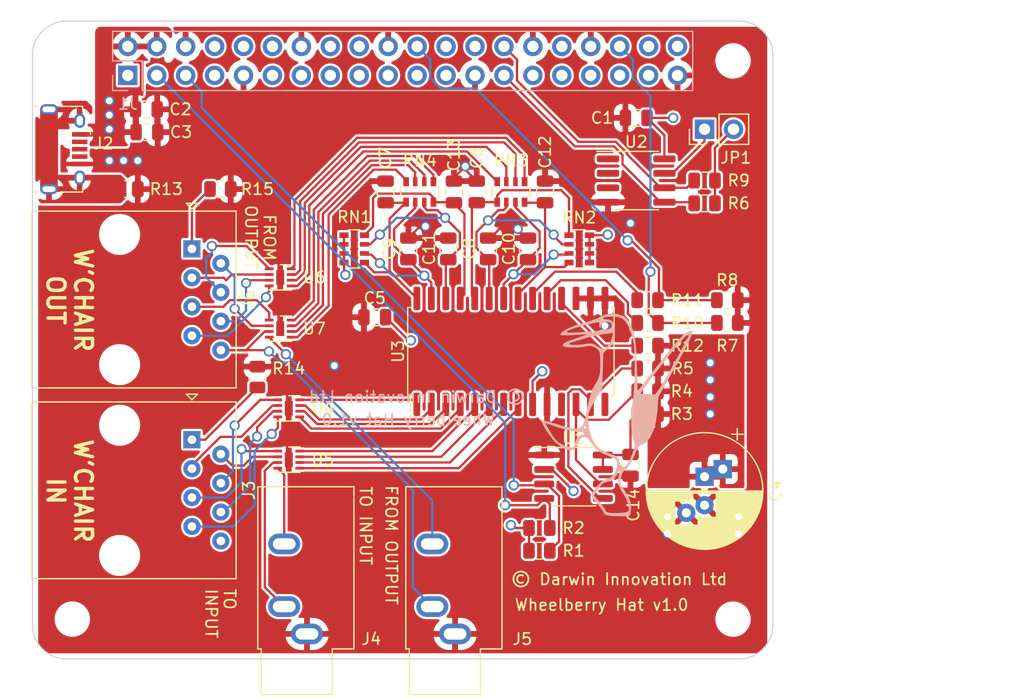
<source format=kicad_pcb>
(kicad_pcb (version 20211014) (generator pcbnew)
  (title_block (date "15 nov 2012"))
  (layers (0 "F.Cu" signal) (1 "In1.Cu" power "In1_Gnd.Cu") (2 "In2.Cu" power "In2_Pwr.Cu") (31 "B.Cu" signal) (34 "B.Paste" user) (35 "F.Paste" user) (36 "B.SilkS" user "B.Silkscreen") (37 "F.SilkS" user "F.Silkscreen") (38 "B.Mask" user) (39 "F.Mask" user) (44 "Edge.Cuts" user))
  (net 0 "")
  (net 1 "GND")
  (net 2 "/SDA1_3V3")
  (net 3 "/SCL1_3V3")
  (net 4 "/GPIO[4]{slash}GPCLK0")
  (net 5 "/GPIO[14]{slash}TXD0")
  (net 6 "/GPIO[15]{slash}RXD0")
  (net 7 "/GPIO[17]")
  (net 8 "/GPIO[18]{slash}PCM.CLK")
  (net 9 "/GPIO[27]")
  (net 10 "/GPIO[22]")
  (net 11 "/GPIO[23]")
  (net 12 "/GPIO[24]")
  (net 13 "/GPIO[10]{slash}SPI0.MOSI")
  (net 14 "/GPIO[9]{slash}SPI0.MISO")
  (net 15 "Net-(C6-Pad1)")
  (net 16 "/GPIO[11]{slash}SPI0.SCLK")
  (net 17 "/GPIO[8]{slash}SPI0.CE0")
  (net 18 "/GPIO[7]{slash}SPI0.CE1")
  (net 19 "/ID_SDA")
  (net 20 "/ID_SCL")
  (net 21 "/GPIO[5]")
  (net 22 "/GPIO[6]")
  (net 23 "/GPIO[12]{slash}PWM0")
  (net 24 "/GPIO[13]{slash}PWM1")
  (net 25 "/GPIO[19]{slash}PCM.FS")
  (net 26 "Net-(C7-Pad1)")
  (net 27 "/GPIO[26]")
  (net 28 "/GPIO[20]{slash}PCM.DIN")
  (net 29 "/GPIO[21]{slash}PCM.DOUT")
  (net 30 "+5V")
  (net 31 "+3V3")
  (net 33 "Net-(J4-PadR)")
  (net 34 "Net-(J4-PadT)")
  (net 35 "Net-(C8-Pad1)")
  (net 36 "/SDA1_5V")
  (net 37 "/SCL1_5V")
  (net 38 "Net-(U3-Pad1)")
  (net 39 "Net-(U3-Pad2)")
  (net 40 "Net-(U3-Pad3)")
  (net 41 "Net-(U3-Pad4)")
  (net 42 "Net-(U3-Pad5)")
  (net 43 "Net-(U3-Pad6)")
  (net 44 "Net-(U3-Pad7)")
  (net 45 "Net-(U3-Pad8)")
  (net 48 "Net-(C9-Pad1)")
  (net 49 "Net-(C10-Pad1)")
  (net 50 "Net-(C11-Pad1)")
  (net 51 "Net-(C12-Pad1)")
  (net 52 "Net-(C13-Pad1)")
  (net 53 "/GPIO25_INTA")
  (net 54 "/GPIO16_INTB")
  (net 58 "Net-(J3-Pad1)")
  (net 59 "Net-(J3-Pad2)")
  (net 60 "Net-(J3-Pad3)")
  (net 61 "Net-(J3-Pad4)")
  (net 62 "Net-(J3-Pad5)")
  (net 63 "Net-(J3-Pad6)")
  (net 64 "Net-(J3-Pad7)")
  (net 65 "Net-(J5-PadR)")
  (net 66 "Net-(J5-PadT)")
  (net 67 "Net-(J6-Pad1)")
  (net 68 "Net-(J6-Pad2)")
  (net 69 "Net-(J6-Pad3)")
  (net 70 "Net-(J6-Pad4)")
  (net 71 "Net-(J6-Pad5)")
  (net 72 "Net-(J6-Pad6)")
  (net 73 "Net-(J6-Pad7)")
  (net 74 "Net-(JP1-Pad1)")
  (net 75 "Net-(C14-Pad1)")
  (net 76 "Net-(R10-Pad2)")
  (net 77 "Net-(R11-Pad2)")
  (net 78 "Net-(R12-Pad2)")
  (net 79 "Net-(RN3-Pad5)")
  (net 80 "Net-(RN3-Pad6)")
  (net 81 "Net-(RN3-Pad7)")
  (net 82 "Net-(RN3-Pad8)")
  (net 83 "Net-(RN4-Pad5)")
  (net 84 "Net-(RN4-Pad6)")
  (net 85 "Net-(RN4-Pad7)")
  (net 86 "Net-(RN4-Pad8)")
  (net 90 "/USB_SHIELD")
  (footprint "Package_DFN_QFN:DFN-8-1EP_2x2mm_P0.5mm_EP0.7x1.3mm" (layer "F.Cu") (at 122.5 82.5)
    (fp_text reference "U5")
    (fp_text value "NUF4401MN")
  )
  (footprint "Capacitor_SMD:C_0805_2012Metric" (layer "F.Cu") (at 140 64 90)
    (fp_text reference "C8")
    (fp_text value "100n")
  )
  (footprint "Capacitor_SMD:C_0805_2012Metric" (layer "F.Cu") (at 110.05 53.75)
    (fp_text reference "C3")
    (fp_text value "100n")
  )
  (footprint "MountingHole:MountingHole_2.7mm_M2.5" (layer "F.Cu") (at 161.5 47.5)
    (fp_text reference "MH2" hide)
    (fp_text value "MountingHole_2.7mm_M2.5" hide)
  )
  (footprint "Resistor_SMD:R_0805_2012Metric" (layer "F.Cu") (at 144.5 88.5)
    (fp_text reference "R2")
    (fp_text value "10k")
  )
  (footprint "Capacitor_SMD:C_0805_2012Metric" (layer "F.Cu") (at 152.5 83 -90)
    (fp_text reference "C14")
    (fp_text value "100n")
  )
  (footprint "Capacitor_SMD:C_0805_2012Metric" (layer "F.Cu") (at 110 51.75)
    (fp_text reference "C2")
    (fp_text value "100n")
  )
  (footprint "Capacitor_SMD:C_0805_2012Metric" (layer "F.Cu") (at 143.5 64 90)
    (fp_text reference "C10")
    (fp_text value "100n")
  )
  (footprint "Resistor_SMD:R_Array_Convex_4x0603" (layer "F.Cu") (at 142 59 90)
    (fp_text reference "RN3")
    (fp_text value "10k")
  )
  (footprint "Connector_RJ:RJ45_Amphenol_54602-x08_Horizontal" (layer "F.Cu") (at 114 64 -90)
    (fp_text reference "J6")
    (fp_text value "54602-908LF")
  )
  (footprint "Package_SO:SO-8_3.9x4.9mm_P1.27mm" (layer "F.Cu") (at 147.5 84)
    (fp_text reference "U1")
    (fp_text value "PCA9306D")
  )
  (footprint "Capacitor_THT:CP_Radial_D10.0mm_P2.50mm_P5.00mm" (layer "F.Cu") (at 159 84 -90)
    (fp_text reference "C4")
    (fp_text value "560u")
  )
  (footprint "Package_DFN_QFN:DFN-8-1EP_2x2mm_P0.5mm_EP0.7x1.3mm" (layer "F.Cu") (at 121.75 71)
    (fp_text reference "U7")
    (fp_text value "NUF4401MN")
  )
  (footprint "Capacitor_SMD:C_0805_2012Metric" (layer "F.Cu") (at 139 59 90)
    (fp_text reference "C6")
    (fp_text value "100n")
  )
  (footprint "Connector_PinHeader_2.54mm:PinHeader_1x02_P2.54mm_Vertical" (layer "F.Cu") (at 159 53.5 90)
    (fp_text reference "JP1")
    (fp_text value "2 pin header")
  )
  (footprint "Resistor_SMD:R_0805_2012Metric" (layer "F.Cu") (at 144.5 90.5)
    (fp_text reference "R1")
    (fp_text value "10k")
  )
  (footprint "Resistor_SMD:R_Array_Convex_4x0603" (layer "F.Cu") (at 128.25 64)
    (fp_text reference "RN1")
    (fp_text value "100k")
  )
  (footprint "Capacitor_SMD:C_0805_2012Metric" (layer "F.Cu") (at 131 59 90)
    (fp_text reference "C7")
    (fp_text value "100n")
  )
  (footprint "Capacitor_SMD:C_0805_2012Metric" (layer "F.Cu") (at 136.5 64 90)
    (fp_text reference "C11")
    (fp_text value "100n")
  )
  (footprint "Resistor_SMD:R_Array_Convex_4x0603" (layer "F.Cu") (at 134 59 90)
    (fp_text reference "RN4")
    (fp_text value "10k")
  )
  (footprint "Resistor_SMD:R_0805_2012Metric" (layer "F.Cu") (at 161 70.5)
    (fp_text reference "R7")
    (fp_text value "2k")
  )
  (footprint "Resistor_SMD:R_0805_2012Metric" (layer "F.Cu") (at 119.75 75.25 -90)
    (fp_text reference "R14")
    (fp_text value "47")
  )
  (footprint "MountingHole:MountingHole_2.7mm_M2.5" (layer "F.Cu") (at 103.5 96.5)
    (fp_text reference "MH3" hide)
    (fp_text value "MountingHole_2.7mm_M2.5" hide)
  )
  (footprint "Capacitor_SMD:C_0805_2012Metric" (layer "F.Cu") (at 133 64 90)
    (fp_text reference "C9")
    (fp_text value "100n")
  )
  (footprint "Connector_USB:USB_Micro-B_Amphenol_10118194_Horizontal" (layer "F.Cu") (at 102.75 55.25 -90)
    (fp_text reference "J2")
    (fp_text value "10118194-0001LF")
  )
  (footprint "Capacitor_SMD:C_0805_2012Metric" (layer "F.Cu") (at 137 59 90)
    (fp_text reference "C13")
    (fp_text value "100n")
  )
  (footprint "MountingHole:MountingHole_2.7mm_M2.5" (layer "F.Cu") (at 103.5 47.5)
    (fp_text reference "MH1" hide)
    (fp_text value "MountingHole_2.7mm_M2.5" hide)
  )
  (footprint "Resistor_SMD:R_0805_2012Metric" (layer "F.Cu") (at 154 74.5 180)
    (fp_text reference "R5")
    (fp_text value "1k")
  )
  (footprint "Resistor_SMD:R_0805_2012Metric" (layer "F.Cu") (at 154 68.5 180)
    (fp_text reference "R11")
    (fp_text value "1k")
  )
  (footprint "Capacitor_SMD:C_0805_2012Metric" (layer "F.Cu") (at 130.05 70)
    (fp_text reference "C5")
    (fp_text value "100n")
  )
  (footprint "Resistor_SMD:R_0805_2012Metric" (layer "F.Cu") (at 108.3375 58.75 180)
    (fp_text reference "R13")
    (fp_text value "47")
  )
  (footprint "Resistor_SMD:R_0805_2012Metric" (layer "F.Cu") (at 154 78.5 180)
    (fp_text reference "R3")
    (fp_text value "180k")
  )
  (footprint "Resistor_SMD:R_0805_2012Metric" (layer "F.Cu") (at 159 58 180)
    (fp_text reference "R9")
    (fp_text value "3.9k")
  )
  (footprint "Package_DFN_QFN:DFN-8-1EP_2x2mm_P0.5mm_EP0.7x1.3mm" (layer "F.Cu") (at 122.5 78)
    (fp_text reference "U4")
    (fp_text value "NUF4401MN")
  )
  (footprint "Package_DFN_QFN:DFN-8-1EP_2x2mm_P0.5mm_EP0.7x1.3mm" (layer "F.Cu") (at 121.75 66.5)
    (fp_text reference "U6")
    (fp_text value "NUF4401MN")
  )
  (footprint "Connector_Audio:Jack_3.5mm_CUI_SJ1-3533NG_Horizontal" (layer "F.Cu") (at 137.1 97.8 180)
    (fp_text reference "J5")
    (fp_text value "SJ1-3533NG")
  )
  (footprint "Capacitor_SMD:C_0805_2012Metric" (layer "F.Cu") (at 153 52.5 180)
    (fp_text reference "C1")
    (fp_text value "100n")
  )
  (footprint "Resistor_SMD:R_0805_2012Metric" (layer "F.Cu") (at 116.5 58.75 180)
    (fp_text reference "R15")
    (fp_text value "47")
  )
  (footprint "Capacitor_SMD:C_0805_2012Metric" (layer "F.Cu") (at 145 59 90)
    (fp_text reference "C12")
    (fp_text value "100n")
  )
  (footprint "MountingHole:MountingHole_2.7mm_M2.5" (layer "F.Cu") (at 161.5 96.5)
    (fp_text reference "MH4" hide)
    (fp_text value "MountingHole_2.7mm_M2.5" hide)
  )
  (footprint "Package_SO:SOIC-8_3.9x4.9mm_P1.27mm" (layer "F.Cu") (at 153 58)
    (fp_text reference "U2")
    (fp_text value "CAT24C256")
  )
  (footprint "Package_SO:SOIC-28W_7.5x17.9mm_P1.27mm" (layer "F.Cu") (at 142 73 90)
    (fp_text reference "U3")
    (fp_text value "MCP23017_SO")
  )
  (footprint "Resistor_SMD:R_0805_2012Metric" (layer "F.Cu") (at 159 60 180)
    (fp_text reference "R6")
    (fp_text value "3.9k")
  )
  (footprint "Resistor_SMD:R_0805_2012Metric" (layer "F.Cu") (at 161 68.5)
    (fp_text reference "R8")
    (fp_text value "2k")
  )
  (footprint "Connector_Audio:Jack_3.5mm_CUI_SJ1-3533NG_Horizontal" (layer "F.Cu") (at 124.1 97.8 180)
    (fp_text reference "J4")
    (fp_text value "SJ1-3533NG")
  )
  (footprint "Resistor_SMD:R_Array_Convex_4x0603" (layer "F.Cu") (at 148 64 180)
    (fp_text reference "RN2")
    (fp_text value "100k")
  )
  (footprint "Connector_RJ:RJ45_Amphenol_54602-x08_Horizontal" (layer "F.Cu") (at 114 80.75 -90)
    (fp_text reference "J3")
    (fp_text value "54602-908LF")
  )
  (footprint "Resistor_SMD:R_0805_2012Metric" (layer "F.Cu") (at 154 72.5 180)
    (fp_text reference "R12")
    (fp_text value "10k")
  )
  (footprint "Resistor_SMD:R_0805_2012Metric" (layer "F.Cu") (at 154 76.5 180)
    (fp_text reference "R4")
    (fp_text value "1k")
  )
  (footprint "Resistor_SMD:R_0805_2012Metric" (layer "F.Cu") (at 154 70.5 180)
    (fp_text reference "R10")
    (fp_text value "1k")
  )
  (footprint "Connector_PinSocket_2.54mm:PinSocket_2x20_P2.54mm_Vertical" (layer "B.Cu") (at 108.37 48.77 -90)
    (fp_text reference "J1")
    (fp_text value "40 pin header")
  )
  (footprint "wheelberry:darwin_innovation_logo" (layer "B.Cu") (at 151.25 78.5 180)
    (fp_text reference "G***" hide)
    (fp_text value "LOGO" hide)
  )
  (gr_arc (start 162 44) (mid 164.12132 44.87868) (end 165 47) (layer "Edge.Cuts") (width 0.1))
  (gr_line (start 165 97) (end 165 47) (layer "Edge.Cuts") (width 0.1))
  (gr_line (start 100 47) (end 100 63) (layer "Edge.Cuts") (width 0.1))
  (gr_arc (start 103 100) (mid 100.87868 99.12132) (end 100 97) (layer "Edge.Cuts") (width 0.1))
  (gr_line (start 103 100) (end 162 100) (layer "Edge.Cuts") (width 0.1))
  (gr_arc (start 165 97) (mid 164.12132 99.12132) (end 162 100) (layer "Edge.Cuts") (width 0.1))
  (gr_arc (start 100 47) (mid 100.87868 44.87868) (end 103 44) (layer "Edge.Cuts") (width 0.1))
  (gr_line (start 100 63) (end 100 97) (layer "Edge.Cuts") (width 0.1))
  (gr_line (start 162 44) (end 103 44) (layer "Edge.Cuts") (width 0.1))
  (gr_text "© Darwin Innovation Ltd" (at 133.75 77) (layer "B.SilkS") (effects (font (size 1 1)) (justify mirror)))
  (gr_text "Wheelberry Hat v1.0" (at 133 79) (layer "B.SilkS") (effects (font (size 1 1)) (justify mirror)))
  (gr_text "TO\nINPUT" (at 116.5 93.75 -90) (layer "F.SilkS") (effects (font (size 1 1)) (justify left)))
  (gr_text "W'CHAIR\nOUT" (at 103.25 68.5 -90) (layer "F.SilkS") (effects (font (size 1.5 1.5) (thickness 0.3))))
  (gr_text "TO INPUT" (at 129.25 84.75 -90) (layer "F.SilkS") (effects (font (size 1 1)) (justify left)))
  (gr_text "W'CHAIR\nIN" (at 103.25 85.25 -90) (layer "F.SilkS") (effects (font (size 1.5 1.5) (thickness 0.3))))
  (gr_text "Wheelberry Hat v1.0" (at 142.25 95.25) (layer "F.SilkS") (effects (font (size 1 1)) (justify left)))
  (gr_text "FROM OUTPUT" (at 131.5 90 -90) (layer "F.SilkS") (effects (font (size 1 1))))
  (gr_text "FROM\nOUTPUT" (at 120 63 -90) (layer "F.SilkS") (effects (font (size 1 1))))
  (gr_text "© Darwin Innovation Ltd" (at 151.5 93) (layer "F.SilkS") (effects (font (size 1 1))))
  (segment (start 137 57.75) (end 138 56.75) (width 0.2) (layer "F.Cu") (net 1))
  (segment (start 134.026908 62.023092) (end 134.5 62.023092) (width 0.2) (layer "F.Cu") (net 1))
  (segment (start 140.2 63.05) (end 141.0005 62.2495) (width 0.2) (layer "F.Cu") (net 1))
  (segment (start 135.526908 63.05) (end 134.5 62.023092) (width 0.2) (layer "F.Cu") (net 1))
  (segment (start 141.0005 62.2495) (end 142.604426 62.2495) (width 0.2) (layer "F.Cu") (net 1))
  (segment (start 139 58.05) (end 138 57.05) (width 0.2) (layer "F.Cu") (net 1))
  (segment (start 142.604426 62.354426) (end 142.604426 62.2495) (width 0.2) (layer "F.Cu") (net 1))
  (segment (start 133 63.05) (end 134.026908 62.023092) (width 0.2) (layer "F.Cu") (net 1))
  (segment (start 136.5 63.05) (end 135.526908 63.05) (width 0.2) (layer "F.Cu") (net 1))
  (segment (start 137 58.05) (end 137 57.75) (width 0.2) (layer "F.Cu") (net 1))
  (segment (start 138 57.05) (end 138 56.75) (width 0.2) (layer "F.Cu") (net 1))
  (segment (start 143.3 63.05) (end 142.604426 62.354426) (width 0.2) (layer "F.Cu") (net 1))
  (via (at 162 89) (size 0.9) (drill 0.6) (layers "F.Cu" "B.Cu") (net 1))
  (via (at 126.5 74.25) (size 0.9) (drill 0.6) (layers "F.Cu" "B.Cu") (net 1))
  (via (at 155.75 89) (size 0.9) (drill 0.6) (layers "F.Cu" "B.Cu") (net 1))
  (via (at 155.75 87.5) (size 0.9) (drill 0.6) (layers "F.Cu" "B.Cu") (net 1))
  (via (at 150.25 70.75) (size 0.9) (drill 0.6) (layers "F.Cu" "B.Cu") (net 1))
  (via (at 108 56.25) (size 0.9) (drill 0.6) (layers "F.Cu" "B.Cu") (net 1))
  (via (at 109.25 56.25) (size 0.9) (drill 0.6) (layers "F.Cu" "B.Cu") (net 1))
  (via (at 152.5 61.75) (size 0.9) (drill 0.6) (layers "F.Cu" "B.Cu") (net 1))
  (via (at 106.75 56.25) (size 0.9) (drill 0.6) (layers "F.Cu" "B.Cu") (net 1))
  (via (at 142.604426 62.2495) (size 0.9) (drill 0.6) (layers "F.Cu" "B.Cu") (net 1))
  (via (at 162 87.5) (size 0.9) (drill 0.6) (layers "F.Cu" "B.Cu") (net 1))
  (via (at 134.5 62.023092) (size 0.9) (drill 0.6) (layers "F.Cu" "B.Cu") (net 1))
  (via (at 138 56.75) (size 0.9) (drill 0.6) (layers "F.Cu" "B.Cu") (net 1))
  (segment (start 144.33 86.5) (end 144.925 85.905) (width 0.2) (layer "F.Cu") (net 2))
  (segment (start 141.5 86.5) (end 144.33 86.5) (width 0.2) (layer "F.Cu") (net 2))
  (segment (start 144.925 85.905) (end 145.4125 86.3925) (width 0.2) (layer "F.Cu") (net 2))
  (segment (start 145.4125 86.3925) (end 145.4125 88.5) (width 0.2) (layer "F.Cu") (net 2))
  (via (at 141.5 86.5) (size 0.9) (drill 0.6) (layers "F.Cu" "B.Cu") (net 2))
  (segment (start 141.5 79.25) (end 141.5 86.5) (width 0.2) (layer "B.Cu") (net 2))
  (segment (start 110.91 48.77) (end 111.02 48.77) (width 0.2) (layer "B.Cu") (net 2))
  (segment (start 111.02 48.77) (end 141.5 79.25) (width 0.2) (layer "B.Cu") (net 2))
  (segment (start 146.225 89.6875) (end 145.4125 90.5) (width 0.2) (layer "F.Cu") (net 3))
  (segment (start 146.225 85.693604) (end 146.225 89.6875) (width 0.2) (layer "F.Cu") (net 3))
  (segment (start 145.166396 84.635) (end 146.225 85.693604) (width 0.2) (layer "F.Cu") (net 3))
  (segment (start 142.25 84.75) (end 144.81 84.75) (width 0.2) (layer "F.Cu") (net 3))
  (via (at 142.25 84.75) (size 0.9) (drill 0.6) (layers "F.Cu" "B.Cu") (net 3))
  (segment (start 114.84 50.159999) (end 114.84 51.59) (width 0.2) (layer "B.Cu") (net 3))
  (segment (start 114.84 51.59) (end 142.25 79) (width 0.2) (layer "B.Cu") (net 3))
  (segment (start 142.25 79) (end 142.25 84.75) (width 0.2) (layer "B.Cu") (net 3))
  (segment (start 113.45 48.77) (end 114.84 50.159999) (width 0.2) (layer "B.Cu") (net 3))
  (segment (start 140.8 59.9) (end 140.8 59.3) (width 0.2) (layer "F.Cu") (net 15))
  (segment (start 138.575499 68.100499) (end 138.575499 60.374501) (width 0.2) (layer "F.Cu") (net 15))
  (segment (start 141.249501 58.850499) (end 146.415479 58.850499) (width 0.2) (layer "F.Cu") (net 15))
  (segment (start 140.8 59.3) (end 141.249501 58.850499) (width 0.2) (layer "F.Cu") (net 15))
  (segment (start 147.1 59.53502) (end 147.1 62.8) (width 0.2) (layer "F.Cu") (net 15))
  (segment (start 138.825 68.35) (end 138.575499 68.100499) (width 0.2) (layer "F.Cu") (net 15))
  (segment (start 146.415479 58.850499) (end 147.1 59.53502) (width 0.2) (layer "F.Cu") (net 15))
  (segment (start 138.575499 60.374501) (end 139 59.95) (width 0.2) (layer "F.Cu") (net 15))
  (segment (start 140.8 59.9) (end 139.05 59.9) (width 0.2) (layer "F.Cu") (net 15))
  (segment (start 147.62 55) (end 151.041396 55) (width 0.2) (layer "F.Cu") (net 19))
  (segment (start 141.39 48.77) (end 147.62 55) (width 0.2) (layer "F.Cu") (net 19))
  (segment (start 151.8 55.758604) (end 151.8 56.571396) (width 0.2) (layer "F.Cu") (net 19))
  (segment (start 155.475 59.905) (end 157.9925 59.905) (width 0.2) (layer "F.Cu") (net 19))
  (segment (start 151.8 56.571396) (end 155.133604 59.905) (width 0.2) (layer "F.Cu") (net 19))
  (segment (start 151.041396 55) (end 151.8 55.758604) (width 0.2) (layer "F.Cu") (net 19))
  (segment (start 142.54 47.38) (end 142.54 49.22502) (width 0.2) (layer "F.Cu") (net 20))
  (segment (start 141.39 46.23) (end 142.54 47.38) (width 0.2) (layer "F.Cu") (net 20))
  (segment (start 152.199501 55.593125) (end 152.199501 55.700897) (width 0.2) (layer "F.Cu") (net 20))
  (segment (start 152.199501 55.700897) (end 155.133604 58.635) (width 0.2) (layer "F.Cu") (net 20))
  (segment (start 155.475 58.635) (end 157.4525 58.635) (width 0.2) (layer "F.Cu") (net 20))
  (segment (start 147.915479 54.600499) (end 151.206875 54.600499) (width 0.2) (layer "F.Cu") (net 20))
  (segment (start 142.54 49.22502) (end 147.915479 54.600499) (width 0.2) (layer "F.Cu") (net 20))
  (segment (start 151.206875 54.600499) (end 152.199501 55.593125) (width 0.2) (layer "F.Cu") (net 20))
  (segment (start 157.4525 58.635) (end 158.0875 58) (width 0.2) (layer "F.Cu") (net 20))
  (segment (start 131.350499 65.955499) (end 132.4475 67.0525) (width 0.2) (layer "F.Cu") (net 26))
  (segment (start 132.4475 67.0525) (end 131.4475 66.0525) (width 0.2) (layer "F.Cu") (net 26))
  (segment (start 129.15 65.2) (end 130.0025 66.0525) (width 0.2) (layer "F.Cu") (net 26))
  (segment (start 131.350499 61.349501) (end 132.8 59.9) (width 0.2) (layer "F.Cu") (net 26))
  (segment (start 130.0025 66.0525) (end 131.4475 66.0525) (width 0.2) (layer "F.Cu") (net 26))
  (segment (start 133.745 68.35) (end 132.4475 67.0525) (width 0.2) (layer "F.Cu") (net 26))
  (segment (start 131.350499 61.349501) (end 131.350499 65.955499) (width 0.2) (layer "F.Cu") (net 26))
  (segment (start 131 59.95) (end 132.75 59.95) (width 0.2) (layer "F.Cu") (net 26))
  (segment (start 131.4475 66.0525) (end 131.350499 65.955499) (width 0.2) (layer "F.Cu") (net 26))
  (segment (start 131 70) (end 133.029977 72.029977) (width 0.2) (layer "F.Cu") (net 30))
  (segment (start 148.9 62.8) (end 148.9 63.6) (width 0.2) (layer "F.Cu") (net 30))
  (segment (start 148.9 65.2) (end 148.9 64.4) (width 0.2) (layer "F.Cu") (net 30))
  (segment (start 127.35 63.6) (end 127.35 64.4) (width 0.2) (layer "F.Cu") (net 30))
  (segment (start 127.35 62.8) (end 127.35 63.6) (width 0.2) (layer "F.Cu") (net 30))
  (segment (start 143.905 77.65) (end 143.905 75.595) (width 0.2) (layer "F.Cu") (net 30))
  (segment (start 127.35 64.4) (end 127.35 65.2) (width 0.2) (layer "F.Cu") (net 30))
  (segment (start 127.35 66.159954) (end 127.470023 66.279977) (width 0.2) (layer "F.Cu") (net 30))
  (segment (start 150.45 62.8) (end 150.5 62.75) (width 0.2) (layer "F.Cu") (net 30))
  (segment (start 133.029977 72.029977) (end 133.220023 72.029977) (width 0.2) (layer "F.Cu") (net 30))
  (segment (start 148.9 62.8) (end 150.45 62.8) (width 0.2) (layer "F.Cu") (net 30))
  (segment (start 148.9 64.4) (end 148.9 63.6) (width 0.2) (layer "F.Cu") (net 30))
  (segment (start 143.905 75.595) (end 144.75 74.75) (width 0.2) (layer "F.Cu") (net 30))
  (segment (start 127.35 65.2) (end 127.35 66.159954) (width 0.2) (layer "F.Cu") (net 30))
  (via (at 150.5 62.75) (size 0.9) (drill 0.6) (layers "F.Cu" "B.Cu") (net 30))
  (via (at 144.75 74.75) (size 0.9) (drill 0.6) (layers "F.Cu" "B.Cu") (net 30))
  (via (at 106.75 52.25) (size 0.9) (drill 0.6) (layers "F.Cu" "B.Cu") (net 30))
  (via (at 159.5 77) (size 0.9) (drill 0.6) (layers "F.Cu" "B.Cu") (net 30))
  (via (at 127.470023 66.279977) (size 0.9) (drill 0.6) (layers "F.Cu" "B.Cu") (net 30))
  (via (at 159.5 75.5) (size 0.9) (drill 0.6) (layers "F.Cu" "B.Cu") (net 30))
  (via (at 106.75 53.5) (size 0.9) (drill 0.6) (layers "F.Cu" "B.Cu") (net 30))
  (via (at 159.5 74) (size 0.9) (drill 0.6) (layers "F.Cu" "B.Cu") (net 30))
  (via (at 159.5 78.5) (size 0.9) (drill 0.6) (layers "F.Cu" "B.Cu") (net 30))
  (via (at 106.75 51) (size 0.9) (drill 0.6) (layers "F.Cu" "B.Cu") (net 30))
  (via (at 133.220023 72.029977) (size 0.9) (drill 0.6) (layers "F.Cu" "B.Cu") (net 30))
  (segment (start 153.95 52.5) (end 156.25 52.5) (width 0.2) (layer "F.Cu") (net 31))
  (segment (start 143.5875 88.5) (end 142.25 88.5) (width 0.2) (layer "F.Cu") (net 31))
  (segment (start 145.615 83.365) (end 147.5 85.25) (width 0.2) (layer "F.Cu") (net 31))
  (segment (start 153.95 52.5) (end 155.475 54.025) (width 0.2) (layer "F.Cu") (net 31))
  (segment (start 159.9125 58) (end 159.9125 55.1275) (width 0.2) (layer "F.Cu") (net 31))
  (segment (start 143.5875 88.5) (end 143.5875 90.5) (width 0.2) (layer "F.Cu") (net 31))
  (segment (start 142.25 88.5) (end 142 88.25) (width 0.2) (layer "F.Cu") (net 31))
  (segment (start 159.9125 55.1275) (end 161.54 53.5) (width 0.2) (layer "F.Cu") (net 31))
  (segment (start 155.475 54.025) (end 155.475 56.095) (width 0.2) (layer "F.Cu") (net 31))
  (segment (start 159.9125 60) (end 159.9125 58) (width 0.2) (layer "F.Cu") (net 31))
  (via (at 147.5 85.25) (size 0.9) (drill 0.6) (layers "F.Cu" "B.Cu") (net 31))
  (via (at 156.25 52.5) (size 0.9) (drill 0.6) (layers "F.Cu" "B.Cu") (net 31))
  (via (at 142 88.25) (size 0.9) (drill 0.6) (layers "F.Cu" "B.Cu") (net 31))
  (segment (start 122.1 83.8125) (end 122.1 89.9) (width 0.2) (layer "F.Cu") (net 33))
  (segment (start 121.5375 83.25) (end 122.1 83.8125) (width 0.2) (layer "F.Cu") (net 33))
  (segment (start 121.500499 82.787001) (end 121.100347 82.787001) (width 0.2) (layer "F.Cu") (net 34))
  (segment (start 121.5375 82.75) (end 121.500499 82.787001) (width 0.2) (layer "F.Cu") (net 34))
  (segment (start 120.4 83.487348) (end 120.4 93.7) (width 0.2) (layer "F.Cu") (net 34))
  (segment (start 120.4 93.7) (end 122.1 95.4) (width 0.2) (layer "F.Cu") (net 34))
  (segment (start 121.100347 82.787001) (end 120.4 83.487348) (width 0.2) (layer "F.Cu") (net 34))
  (segment (start 140.9 60.6) (end 141.35 60.6) (width 0.2) (layer "F.Cu") (net 35))
  (segment (start 138.975 62.525) (end 140.9 60.6) (width 0.2) (layer "F.Cu") (net 35))
  (segment (start 145.75 62.85) (end 146.5 63.6) (width 0.2) (layer "F.Cu") (net 35))
  (segment (start 141.6 60.35) (end 141.6 59.9) (width 0.2) (layer "F.Cu") (net 35))
  (segment (start 141.35 60.6) (end 141.6 60.35) (width 0.2) (layer "F.Cu") (net 35))
  (segment (start 145.75 62.75) (end 145.75 62.85) (width 0.2) (layer "F.Cu") (net 35))
  (segment (start 140 64.95) (end 138.975 63.925) (width 0.2) (layer "F.Cu") (net 35))
  (segment (start 138.975 63.925) (end 138.975 62.525) (width 0.2) (layer "F.Cu") (net 35))
  (segment (start 147.1 63.6) (end 146.5 63.6) (width 0.2) (layer "F.Cu") (net 35))
  (segment (start 140.095 68.35) (end 140.095 65.045) (width 0.2) (layer "F.Cu") (net 35))
  (via (at 145.75 62.75) (size 0.9) (drill 0.6) (layers "F.Cu" "B.Cu") (net 35))
  (via (at 140 61.5) (size 0.9) (drill 0.6) (layers "F.Cu" "B.Cu") (net 35))
  (segment (start 144.5 61.5) (end 145.75 62.75) (width 0.2) (layer "B.Cu") (net 35))
  (segment (start 140 61.5) (end 144.5 61.5) (width 0.2) (layer "B.Cu") (net 35))
  (segment (start 149.833604 85.905) (end 147.045 83.116396) (width 0.2) (layer "F.Cu") (net 36))
  (segment (start 147.378604 76.325) (end 148.051396 76.325) (width 0.2) (layer "F.Cu") (net 36))
  (segment (start 148.051396 76.325) (end 148.985 77.258604) (width 0.2) (layer "F.Cu") (net 36))
  (segment (start 151.743604 74.5) (end 148.985 77.258604) (width 0.2) (layer "F.Cu") (net 36))
  (segment (start 147.045 76.658604) (end 147.378604 76.325) (width 0.2) (layer "F.Cu") (net 36))
  (segment (start 153.0875 74.5) (end 151.743604 74.5) (width 0.2) (layer "F.Cu") (net 36))
  (segment (start 147.045 83.116396) (end 147.045 76.658604) (width 0.2) (layer "F.Cu") (net 36))
  (segment (start 153.0875 76.5) (end 150.5875 79) (width 0.2) (layer "F.Cu") (net 37))
  (segment (start 149.833604 84.635) (end 147.715 82.516396) (width 0.2) (layer "F.Cu") (net 37))
  (segment (start 150.5875 79) (end 148.673604 79) (width 0.2) (layer "F.Cu") (net 37))
  (segment (start 148.673604 79) (end 147.715 78.041396) (width 0.2) (layer "F.Cu") (net 37))
  (segment (start 147.715 82.516396) (end 147.715 77.65) (width 0.2) (layer "F.Cu") (net 37))
  (segment (start 133.745 77.65) (end 133.345 77.25) (width 0.2) (layer "F.Cu") (net 38))
  (segment (start 133.345 77.25) (end 123.4625 77.25) (width 0.2) (layer "F.Cu") (net 38))
  (segment (start 123.95 77.75) (end 123.4625 77.75) (width 0.2) (layer "F.Cu") (net 39))
  (segment (start 134.081396 78.975) (end 125.175 78.975) (width 0.2) (layer "F.Cu") (net 39))
  (segment (start 135.015 78.041396) (end 134.081396 78.975) (width 0.2) (layer "F.Cu") (net 39))
  (segment (start 125.175 78.975) (end 123.95 77.75) (width 0.2) (layer "F.Cu") (net 39))
  (segment (start 123.862652 78.25) (end 123.4625 78.25) (width 0.2) (layer "F.Cu") (net 40))
  (segment (start 136.285 78.041396) (end 134.951895 79.374501) (width 0.2) (layer "F.Cu") (net 40))
  (segment (start 134.951895 79.374501) (end 124.987153 79.374501) (width 0.2) (layer "F.Cu") (net 40))
  (segment (start 124.987153 79.374501) (end 123.862652 78.25) (width 0.2) (layer "F.Cu") (net 40))
  (segment (start 124.486502 79.774002) (end 123.4625 78.75) (width 0.2) (layer "F.Cu") (net 41))
  (segment (start 135.822394 79.774002) (end 124.486502 79.774002) (width 0.2) (layer "F.Cu") (net 41))
  (segment (start 137.555 78.041396) (end 135.822394 79.774002) (width 0.2) (layer "F.Cu") (net 41))
  (segment (start 135.116396 81.75) (end 123.4625 81.75) (width 0.2) (layer "F.Cu") (net 42))
  (segment (start 138.825 78.041396) (end 135.116396 81.75) (width 0.2) (layer "F.Cu") (net 42))
  (segment (start 140.095 78.041396) (end 135.886396 82.25) (width 0.2) (layer "F.Cu") (net 43))
  (segment (start 135.886396 82.25) (end 123.4625 82.25) (width 0.2) (layer "F.Cu") (net 43))
  (segment (start 136.656396 82.75) (end 123.4625 82.75) (width 0.2) (layer "F.Cu") (net 44))
  (segment (start 141.365 78.041396) (end 136.656396 82.75) (width 0.2) (layer "F.Cu") (net 44))
  (segment (start 137.426396 83.25) (end 123.4625 83.25) (width 0.2) (layer "F.Cu") (net 45))
  (segment (start 142.635 78.041396) (end 137.426396 83.25) (width 0.2) (layer "F.Cu") (net 45))
  (segment (start 131.75 63.75) (end 131.75 62.25) (width 0.2) (layer "F.Cu") (net 48))
  (segment (start 132.2 64.2) (end 131.75 63.75) (width 0.2) (layer "F.Cu") (net 48))
  (segment (start 132.25 64.2) (end 132.2 64.2) (width 0.2) (layer "F.Cu") (net 48))
  (segment (start 135.015 66.965) (end 133 64.95) (width 0.2) (layer "F.Cu") (net 48))
  (segment (start 129.25 64.5) (end 129.75 64.5) (width 0.2) (layer "F.Cu") (net 48))
  (segment (start 133 64.95) (end 132.25 64.2) (width 0.2) (layer "F.Cu") (net 48))
  (segment (start 133.6 60.4) (end 133.6 59.9) (width 0.2) (layer "F.Cu") (net 48))
  (segment (start 131.75 62.25) (end 133.6 60.4) (width 0.2) (layer "F.Cu") (net 48))
  (segment (start 135.015 68.35) (end 135.015 66.965) (width 0.2) (layer "F.Cu") (net 48))
  (segment (start 129.75 64.5) (end 130.5 65.25) (width 0.2) (layer "F.Cu") (net 48))
  (via (at 130.5 65.25) (size 0.9) (drill 0.6) (layers "F.Cu" "B.Cu") (net 48))
  (via (at 134.4 66.35) (size 0.9) (drill 0.6) (layers "F.Cu" "B.Cu") (net 48))
  (segment (start 134.4 66.35) (end 131.6 66.35) (width 0.2) (layer "B.Cu") (net 48))
  (segment (start 131.6 66.35) (end 130.5 65.25) (width 0.2) (layer "B.Cu") (net 48))
  (segment (start 144.525 63.925) (end 144.525 62.475) (width 0.2) (layer "F.Cu") (net 49))
  (segment (start 141.365 67.085) (end 143.5 64.95) (width 0.2) (layer "F.Cu") (net 49))
  (segment (start 142.4 60.35) (end 142.4 59.9) (width 0.2) (layer "F.Cu") (net 49))
  (segment (start 145.75 64.5) (end 147 64.5) (width 0.2) (layer "F.Cu") (net 49))
  (segment (start 144.525 62.475) (end 142.4 60.35) (width 0.2) (layer "F.Cu") (net 49))
  (segment (start 141.365 68.35) (end 141.365 67.085) (width 0.2) (layer "F.Cu") (net 49))
  (segment (start 143.5 64.95) (end 144.525 63.925) (width 0.2) (layer "F.Cu") (net 49))
  (via (at 145.75 64.5) (size 0.9) (drill 0.6) (layers "F.Cu" "B.Cu") (net 49))
  (via (at 142.225 66.225) (size 0.9) (drill 0.6) (layers "F.Cu" "B.Cu") (net 49))
  (segment (start 142.225 66.225) (end 144.025 66.225) (width 0.2) (layer "B.Cu") (net 49))
  (segment (start 144.025 66.225) (end 145.75 64.5) (width 0.2) (layer "B.Cu") (net 49))
  (segment (start 136.285 68.35) (end 136.285 65.165) (width 0.2) (layer "F.Cu") (net 50))
  (segment (start 137.5245 63.0245) (end 137.5245 62.571683) (width 0.2) (layer "F.Cu") (net 50))
  (segment (start 134.4 60.35) (end 134.65 60.6) (width 0.2) (layer "F.Cu") (net 50))
  (segment (start 137.525 63.925) (end 137.525 63.025) (width 0.2) (layer "F.Cu") (net 50))
  (segment (start 137.525 63.025) (end 137.5245 63.0245) (width 0.2) (layer "F.Cu") (net 50))
  (segment (start 129.65 63.6) (end 130.5 62.75) (width 0.2) (layer "F.Cu") (net 50))
  (segment (start 136.5 64.95) (end 137.525 63.925) (width 0.2) (layer "F.Cu") (net 50))
  (segment (start 135.552817 60.6) (end 136.226408 61.273592) (width 0.2) (layer "F.Cu") (net 50))
  (segment (start 134.65 60.6) (end 135.552817 60.6) (width 0.2) (layer "F.Cu") (net 50))
  (segment (start 129.15 63.6) (end 129.65 63.6) (width 0.2) (layer "F.Cu") (net 50))
  (segment (start 134.4 59.9) (end 134.4 60.35) (width 0.2) (layer "F.Cu") (net 50))
  (segment (start 137.5245 62.571683) (end 136.226408 61.273592) (width 0.2) (layer "F.Cu") (net 50))
  (via (at 130.5 62.75) (size 0.9) (drill 0.6) (layers "F.Cu" "B.Cu") (net 50))
  (via (at 136.226408 61.273592) (size 0.9) (drill 0.6) (layers "F.Cu" "B.Cu") (net 50))
  (segment (start 136.226408 61.273592) (end 131.976408 61.273592) (width 0.2) (layer "B.Cu") (net 50))
  (segment (start 131.976408 61.273592) (end 130.5 62.75) (width 0.2) (layer "B.Cu") (net 50))
  (segment (start 145 65.593604) (end 146.706396 65.593604) (width 0.2) (layer "F.Cu") (net 51))
  (segment (start 145 59.95) (end 143.25 59.95) (width 0.2) (layer "F.Cu") (net 51))
  (segment (start 142.635 67.958604) (end 145 65.593604) (width 0.2) (layer "F.Cu") (net 51))
  (segment (start 145 65.593604) (end 145 59.95) (width 0.2) (layer "F.Cu") (net 51))
  (segment (start 146.706396 65.593604) (end 147.1 65.2) (width 0.2) (layer "F.Cu") (net 51))
  (segment (start 129.15 62.8) (end 129.9 62.05) (width 0.2) (layer "F.Cu") (net 52))
  (segment (start 137.924501 67.980499) (end 137.555 68.35) (width 0.2) (layer "F.Cu") (net 52))
  (segment (start 130.297183 59.15) (end 134.85 59.15) (width 0.2) (layer "F.Cu") (net 52))
  (segment (start 137.924501 60.924501) (end 137.924501 67.980499) (width 0.2) (layer "F.Cu") (net 52))
  (segment (start 134.85 59.15) (end 135.2 59.5) (width 0.2) (layer "F.Cu") (net 52))
  (segment (start 135.2 59.5) (end 135.2 59.9) (width 0.2) (layer "F.Cu") (net 52))
  (segment (start 135.2 59.9) (end 136.95 59.9) (width 0.2) (layer "F.Cu") (net 52))
  (segment (start 136.9 59.9) (end 137.924501 60.924501) (width 0.2) (layer "F.Cu") (net 52))
  (segment (start 129.9 59.547183) (end 130.297183 59.15) (width 0.2) (layer "F.Cu") (net 52))
  (segment (start 129.9 62.05) (end 129.9 59.547183) (width 0.2) (layer "F.Cu") (net 52))
  (segment (start 135.2 59.9) (end 136.9 59.9) (width 0.2) (layer "F.Cu") (net 52))
  (segment (start 154.9995 65.689546) (end 152.559954 63.25) (width 0.2) (layer "F.Cu") (net 53))
  (segment (start 152.559954 63.25) (end 152.25 63.25) (width 0.2) (layer "F.Cu") (net 53))
  (segment (start 154.9125 68.5) (end 160.0875 68.5) (width 0.2) (layer "F.Cu") (net 53))
  (segment (start 154.9995 68.413) (end 154.9995 65.689546) (width 0.2) (layer "F.Cu") (net 53))
  (via (at 152.25 63.25) (size 0.9) (drill 0.6) (layers "F.Cu" "B.Cu") (net 53))
  (segment (start 134.92 49.006346) (end 134.92 47.38) (width 0.2) (layer "B.Cu") (net 53))
  (segment (start 134.92 47.38) (end 133.77 46.23) (width 0.2) (layer "B.Cu") (net 53))
  (segment (start 152.25 63.25) (end 138.92 49.92) (width 0.2) (layer "B.Cu") (net 53))
  (segment (start 138.92 49.92) (end 135.833654 49.92) (width 0.2) (layer "B.Cu") (net 53))
  (segment (start 135.833654 49.92) (end 134.92 49.006346) (width 0.2) (layer "B.Cu") (net 53))
  (segment (start 154.1 69.6875) (end 154.1 66.15) (width 0.2) (layer "F.Cu") (net 54))
  (segment (start 154.9125 70.5) (end 154.1 69.6875) (width 0.2) (layer "F.Cu") (net 54))
  (segment (start 155 70.5) (end 160.2625 70.5) (width 0.2) (layer "F.Cu") (net 54))
  (segment (start 154.1 66.15) (end 154.25 66) (width 0.2) (layer "F.Cu") (net 54))
  (via (at 154.25 66) (size 0.9) (drill 0.6) (layers "F.Cu" "B.Cu") (net 54))
  (segment (start 154.25 50.556346) (end 152.7 49.006346) (width 0.2) (layer "B.Cu") (net 54))
  (segment (start 152.7 47.38) (end 151.55 46.23) (width 0.2) (layer "B.Cu") (net 54))
  (segment (start 152.7 49.006346) (end 152.7 47.38) (width 0.2) (layer "B.Cu") (net 54))
  (segment (start 154.25 66) (end 154.25 50.556346) (width 0.2) (layer "B.Cu") (net 54))
  (segment (start 119.75 76.1625) (end 115.1625 80.75) (width 0.2) (layer "F.Cu") (net 58))
  (segment (start 115.1625 80.75) (end 114 80.75) (width 0.2) (layer "F.Cu") (net 58))
  (segment (start 119.309954 82.25) (end 121.5375 82.25) (width 0.2) (layer "F.Cu") (net 59))
  (segment (start 116.54 82.02) (end 117.54 83.02) (width 0.2) (layer "F.Cu") (net 59))
  (segment (start 118.539954 83.02) (end 119.309954 82.25) (width 0.2) (layer "F.Cu") (net 59))
  (segment (start 117.54 83.02) (end 118.539954 83.02) (width 0.2) (layer "F.Cu") (net 59))
  (segment (start 121.072368 77.75) (end 118.322368 80.5) (width 0.2) (layer "F.Cu") (net 60))
  (segment (start 116.5 80.5) (end 114 83) (width 0.2) (layer "F.Cu") (net 60))
  (segment (start 121.5375 77.75) (end 121.072368 77.75) (width 0.2) (layer "F.Cu") (net 60))
  (segment (start 118.322368 80.5) (end 116.5 80.5) (width 0.2) (layer "F.Cu") (net 60))
  (segment (start 121.5375 77.25) (end 120 77.25) (width 0.2) (layer "F.Cu") (net 61))
  (segment (start 120 77.25) (end 117.75 79.5) (width 0.2) (layer "F.Cu") (net 61))
  (via (at 117.75 79.5) (size 0.9) (drill 0.6) (layers "F.Cu" "B.Cu") (net 61))
  (segment (start 117.75 79.5) (end 117.601498 79.648502) (width 0.2) (layer "B.Cu") (net 61))
  (segment (start 117.601498 79.648502) (end 117.601498 83.498502) (width 0.2) (layer "B.Cu") (net 61))
  (segment (start 117.601498 83.498502) (end 116.54 84.56) (width 0.2) (layer "B.Cu") (net 61))
  (segment (start 118.515824 81.75) (end 118.350998 81.585174) (width 0.2) (layer "F.Cu") (net 62))
  (segment (start 121.5375 81.75) (end 118.515824 81.75) (width 0.2) (layer "F.Cu") (net 62))
  (via (at 118.350998 81.585174) (size 0.9) (drill 0.6) (layers "F.Cu" "B.Cu") (net 62))
  (segment (start 118.350998 84.483927) (end 118.350998 81.585174) (width 0.2) (layer "B.Cu") (net 62))
  (segment (start 114 85.83) (end 117.004925 85.83) (width 0.2) (layer "B.Cu") (net 62))
  (segment (start 117.004925 85.83) (end 118.350998 84.483927) (width 0.2) (layer "B.Cu") (net 62))
  (segment (start 121.5375 78.25) (end 121.137348 78.25) (width 0.2) (layer "F.Cu") (net 63))
  (segment (start 119.720023 79.667325) (end 119.720023 80.470023) (width 0.2) (layer "F.Cu") (net 63))
  (segment (start 121.137348 78.25) (end 119.720023 79.667325) (width 0.2) (layer "F.Cu") (net 63))
  (via (at 119.720023 80.470023) (size 0.9) (drill 0.6) (layers "F.Cu" "B.Cu") (net 63))
  (segment (start 116.79 87.1) (end 119.100998 84.789002) (width 0.2) (layer "B.Cu") (net 63))
  (segment (start 119.100998 81.089048) (end 119.720023 80.470023) (width 0.2) (layer "B.Cu") (net 63))
  (segment (start 119.100998 84.789002) (end 119.100998 81.089048) (width 0.2) (layer "B.Cu") (net 63))
  (segment (start 121.5375 78.75) (end 121.5375 79.7125) (width 0.2) (layer "F.Cu") (net 64))
  (segment (start 121.5375 79.7125) (end 121 80.25) (width 0.2) (layer "F.Cu") (net 64))
  (via (at 121 80.25) (size 0.9) (drill 0.6) (layers "F.Cu" "B.Cu") (net 64))
  (segment (start 114 88.37) (end 117.630998 88.37) (width 0.2) (layer "B.Cu") (net 64))
  (segment (start 117.630998 88.37) (end 119.500499 86.500499) (width 0.2) (layer "B.Cu") (net 64))
  (segment (start 119.500499 81.749501) (end 119.500499 86.500499) (width 0.2) (layer "B.Cu") (net 64))
  (segment (start 121 80.25) (end 119.500499 81.749501) (width 0.2) (layer "B.Cu") (net 64))
  (segment (start 122.25 73.25) (end 120.7875 71.7875) (width 0.2) (layer "F.Cu") (net 65))
  (segment (start 120.7875 71.7875) (end 120.7875 71.75) (width 0.2) (layer "F.Cu") (net 65))
  (via (at 122.25 73.25) (size 0.9) (drill 0.6) (layers "F.Cu" "B.Cu") (net 65))
  (segment (start 135.1 86.1) (end 122.25 73.25) (width 0.2) (layer "B.Cu") (net 65))
  (segment (start 135.1 89.9) (end 135.1 86.1) (width 0.2) (layer "B.Cu") (net 65))
  (segment (start 118.86 72.777348) (end 120.387348 71.25) (width 0.2) (layer "F.Cu") (net 66))
  (segment (start 120.64 72.89) (end 120.75 73) (width 0.2) (layer "F.Cu") (net 66))
  (segment (start 116.54 72.89) (end 120.64 72.89) (width 0.2) (layer "F.Cu") (net 66))
  (segment (start 118.86 72.89) (end 118.86 72.777348) (width 0.2) (layer "F.Cu") (net 66))
  (segment (start 120.387348 71.25) (end 120.7875 71.25) (width 0.2) (layer "F.Cu") (net 66))
  (segment (start 116.54 72.89) (end 118.86 72.89) (width 0.2) (layer "F.Cu") (net 66))
  (via (at 120.75 73) (size 0.9) (drill 0.6) (layers "F.Cu" "B.Cu") (net 66))
  (segment (start 121.75 74) (end 122.25 74) (width 0.2) (layer "B.Cu") (net 66))
  (segment (start 133.4 93.7) (end 135.1 95.4) (width 0.2) (layer "B.Cu") (net 66))
  (segment (start 122.25 74) (end 133.4 85.15) (width 0.2) (layer "B.Cu") (net 66))
  (segment (start 120.75 73) (end 121.75 74) (width 0.2) (layer "B.Cu") (net 66))
  (segment (start 133.4 85.15) (end 133.4 93.7) (width 0.2) (layer "B.Cu") (net 66))
  (segment (start 115.5875 58.75) (end 114 60.3375) (width 0.2) (layer "F.Cu") (net 67))
  (segment (start 114 60.3375) (end 114 64) (width 0.2) (layer "F.Cu") (net 67))
  (segment (start 120.7875 70.75) (end 119.25 70.75) (width 0.2) (layer "F.Cu") (net 68))
  (segment (start 119.25 70.75) (end 117.75 69.25) (width 0.2) (layer "F.Cu") (net 68))
  (via (at 117.75 69.25) (size 0.9) (drill 0.6) (layers "F.Cu" "B.Cu") (net 68))
  (segment (start 117.75 66.48) (end 117.75 69.25) (width 0.2) (layer "B.Cu") (net 68))
  (segment (start 116.54 65.27) (end 117.75 66.48) (width 0.2) (layer "B.Cu") (net 68))
  (segment (start 117 66.75) (end 116.79 66.54) (width 0.2) (layer "F.Cu") (net 69))
  (segment (start 120.7875 66.25) (end 117.5 66.25) (width 0.2) (layer "F.Cu") (net 69))
  (segment (start 116.79 66.54) (end 114 66.54) (width 0.2) (layer "F.Cu") (net 69))
  (segment (start 117.5 66.25) (end 117 66.75) (width 0.2) (layer "F.Cu") (net 69))
  (segment (start 118.7875 63.75) (end 115.75 63.75) (width 0.2) (layer "F.Cu") (net 70))
  (segment (start 120.7875 65.75) (end 118.7875 63.75) (width 0.2) (layer "F.Cu") (net 70))
  (via (at 115.75 63.75) (size 0.9) (drill 0.6) (layers "F.Cu" "B.Cu") (net 70))
  (segment (start 115.75 64.3) (end 115.25 64.8) (width 0.2) (layer "B.Cu") (net 70))
  (segment (start 115.25 66.52) (end 116.54 67.81) (width 0.2) (layer "B.Cu") (net 70))
  (segment (start 115.75 63.75) (end 115.75 64.3) (width 0.2) (layer "B.Cu") (net 70))
  (segment (start 115.25 64.8) (end 115.25 66.52) (width 0.2) (layer "B.Cu") (net 70))
  (segment (start 116.754925 69.08) (end 114 69.08) (width 0.2) (layer "F.Cu") (net 71))
  (segment (start 120.7875 69.597454) (end 119.690046 68.5) (width 0.2) (layer "F.Cu") (net 71))
  (segment (start 119.690046 68.5) (end 117.334925 68.5) (width 0.2) (layer "F.Cu") (net 71))
  (segment (start 120.7875 70.25) (end 120.7875 69.597454) (width 0.2) (layer "F.Cu") (net 71))
  (segment (start 117.334925 68.5) (end 116.754925 69.08) (width 0.2) (layer "F.Cu") (net 71))
  (segment (start 119 66.75) (end 118.75 67) (width 0.2) (layer "F.Cu") (net 72))
  (segment (start 119 66.75) (end 120.7875 66.75) (width 0.2) (layer "F.Cu") (net 72))
  (via (at 118.75 67) (size 0.9) (drill 0.6) (layers "F.Cu" "B.Cu") (net 72))
  (segment (start 117.83502 70.35) (end 116.54 70.35) (width 0.2) (layer "B.Cu") (net 72))
  (segment (start 118.75 67) (end 118.75 69.43502) (width 0.2) (layer "B.Cu") (net 72))
  (segment (start 118.75 69.43502) (end 117.83502 70.35) (width 0.2) (layer "B.Cu") (net 72))
  (segment (start 120.5 68) (end 120.5 68.25) (width 0.2) (layer "F.Cu") (net 73))
  (segment (start 120.7875 67.7125) (end 120.7875 67.25) (width 0.2) (layer "F.Cu") (net 73))
  (segment (start 120.7875 67.7125) (end 120.5 68) (width 0.2) (layer "F.Cu") (net 73))
  (via (at 120.5 68.25) (size 0.9) (drill 0.6) (layers "F.Cu" "B.Cu") (net 73))
  (segment (start 120.5 68.25) (end 117.13 71.62) (width 0.2) (layer "B.Cu") (net 73))
  (segment (start 117.13 71.62) (end 114 71.62) (width 0.2) (layer "B.Cu") (net 73))
  (segment (start 159 53.5) (end 159 54.55) (width 0.2) (layer "F.Cu") (net 74))
  (segment (start 159 54.55) (end 156.185 57.365) (width 0.2) (layer "F.Cu") (net 74))
  (segment (start 152.5 82.05) (end 152.5 79.0875) (width 0.2) (layer "F.Cu") (net 75))
  (segment (start 150.075 82.095) (end 152.455 82.095) (width 0.2) (layer "F.Cu") (net 75))
  (segment (start 150.075 83.365) (end 150.075 82.095) (width 0.2) (layer "F.Cu") (net 75))
  (segment (start 152.5 79.0875) (end 153.0875 78.5) (width 0.2) (layer "F.Cu") (net 75))
  (segment (start 145.175 67.958604) (end 146.383604 66.75) (width 0.2) (layer "F.Cu") (net 76))
  (segment (start 150.316396 66.75) (end 152.275 68.708604) (width 0.2) (layer "F.Cu") (net 76))
  (segment (start 152.275 68.708604) (end 152.275 69.6875) (width 0.2) (layer "F.Cu") (net 76))
  (segment (start 146.383604 66.75) (end 150.316396 66.75) (width 0.2) (layer "F.Cu") (net 76))
  (segment (start 152.275 69.6875) (end 153.0875 70.5) (width 0.2) (layer "F.Cu") (net 76))
  (segment (start 145.863604 66) (end 151.25 66) (width 0.2) (layer "F.Cu") (net 77))
  (segment (start 153.0875 67.8375) (end 153.0875 68.5) (width 0.2) (layer "F.Cu") (net 77))
  (segment (start 151.25 66) (end 153.0875 67.8375) (width 0.2) (layer "F.Cu") (net 77))
  (segment (start 143.905 67.958604) (end 145.863604 66) (width 0.2) (layer "F.Cu") (net 77))
  (segment (start 146.445 68.741396) (end 150.203604 72.5) (width 0.2) (layer "F.Cu") (net 78))
  (segment (start 150.203604 72.5) (end 153.0875 72.5) (width 0.2) (layer "F.Cu") (net 78))
  (segment (start 143.2 58.1) (end 143.2 55.88502) (width 0.2) (layer "F.Cu") (net 79))
  (segment (start 123 65.4625) (end 122.7125 65.75) (width 0.2) (layer "F.Cu") (net 79))
  (segment (start 123 59.75) (end 123 65.4625) (width 0.2) (layer "F.Cu") (net 79))
  (segment (start 141.56498 54.25) (end 128.5 54.25) (width 0.2) (layer "F.Cu") (net 79))
  (segment (start 128.5 54.25) (end 123 59.75) (width 0.2) (layer "F.Cu") (net 79))
  (segment (start 143.2 55.88502) (end 141.56498 54.25) (width 0.2) (layer "F.Cu") (net 79))
  (segment (start 142.4 58.1) (end 142.4 55.65) (width 0.2) (layer "F.Cu") (net 80))
  (segment (start 123.112652 66.25) (end 122.7125 66.25) (width 0.2) (layer "F.Cu") (net 80))
  (segment (start 123.502495 59.812485) (end 123.502495 65.860157) (width 0.2) (layer "F.Cu") (net 80))
  (segment (start 123.502495 65.860157) (end 123.112652 66.25) (width 0.2) (layer "F.Cu") (net 80))
  (segment (start 141.399501 54.649501) (end 128.665479 54.649501) (width 0.2) (layer "F.Cu") (net 80))
  (segment (start 142.4 55.65) (end 141.399501 54.649501) (width 0.2) (layer "F.Cu") (net 80))
  (segment (start 128.665479 54.649501) (end 123.502495 59.812485) (width 0.2) (layer "F.Cu") (net 80))
  (segment (start 128.830958 55.049002) (end 123.901996 59.977964) (width 0.2) (layer "F.Cu") (net 81))
  (segment (start 123.901996 59.977964) (end 123.901996 66.033024) (width 0.2) (layer "F.Cu") (net 81))
  (segment (start 123.18502 66.75) (end 122.7125 66.75) (width 0.2) (layer "F.Cu") (net 81))
  (segment (start 141.6 58.1) (end 141.6 56.78502) (width 0.2) (layer "F.Cu") (net 81))
  (segment (start 139.863982 55.049002) (end 128.830958 55.049002) (width 0.2) (layer "F.Cu") (net 81))
  (segment (start 141.6 56.78502) (end 139.863982 55.049002) (width 0.2) (layer "F.Cu") (net 81))
  (segment (start 123.901996 66.033024) (end 123.18502 66.75) (width 0.2) (layer "F.Cu") (net 81))
  (segment (start 123.25 67.25) (end 122.7125 67.25) (width 0.2) (layer "F.Cu") (net 82))
  (segment (start 124.301497 66.198503) (end 123.25 67.25) (width 0.2) (layer "F.Cu") (net 82))
  (segment (start 129.051497 55.448503) (end 124.301497 60.198503) (width 0.2) (layer "F.Cu") (net 82))
  (segment (start 124.301497 60.198503) (end 124.301497 66.198503) (width 0.2) (layer "F.Cu") (net 82))
  (segment (start 138.148503 55.448503) (end 129.051497 55.448503) (width 0.2) (layer "F.Cu") (net 82))
  (segment (start 140.8 58.1) (end 138.148503 55.448503) (width 0.2) (layer "F.Cu") (net 82))
  (segment (start 133.548004 55.848004) (end 129.401996 55.848004) (width 0.2) (layer "F.Cu") (net 83))
  (segment (start 135.2 58.1) (end 135.2 57.5) (width 0.2) (layer "F.Cu") (net 83))
  (segment (start 124.700998 68.549002) (end 123 70.25) (width 0.2) (layer "F.Cu") (net 83))
  (segment (start 123 70.25) (end 122.7125 70.25) (width 0.2) (layer "F.Cu") (net 83))
  (segment (start 135.2 57.5) (end 133.548004 55.848004) (width 0.2) (layer "F.Cu") (net 83))
  (segment (start 129.401996 55.848004) (end 124.700998 60.549002) (width 0.2) (layer "F.Cu") (net 83))
  (segment (start 124.700998 60.549002) (end 124.700998 68.549002) (width 0.2) (layer "F.Cu") (net 83))
  (segment (start 125.100499 68.762153) (end 123.112652 70.75) (width 0.2) (layer "F.Cu") (net 84))
  (segment (start 125.100499 60.769541) (end 125.100499 68.762153) (width 0.2) (layer "F.Cu") (net 84))
  (segment (start 129.62004 56.25) (end 125.100499 60.769541) (width 0.2) (layer "F.Cu") (net 84))
  (segment (start 123.112652 70.75) (end 122.7125 70.75) (width 0.2) (layer "F.Cu") (net 84))
  (segment (start 134.4 57.5) (end 133.15 56.25) (width 0.2) (layer "F.Cu") (net 84))
  (segment (start 133.15 56.25) (end 129.62004 56.25) (width 0.2) (layer "F.Cu") (net 84))
  (segment (start 134.4 58.1) (end 134.4 57.5) (width 0.2) (layer "F.Cu") (net 84))
  (segment (start 122.7125 71.25) (end 123.177632 71.25) (width 0.2) (layer "F.Cu") (net 85))
  (segment (start 129.785519 56.649501) (end 125.5 60.93502) (width 0.2) (layer "F.Cu") (net 85))
  (segment (start 125.5 68.93502) (end 123.18502 71.25) (width 0.2) (layer "F.Cu") (net 85))
  (segment (start 123.18502 71.25) (end 122.7125 71.25) (width 0.2) (layer "F.Cu") (net 85))
  (segment (start 125.5 68.927632) (end 125.5 68.5) (width 0.2) (layer "F.Cu") (net 85))
  (segment (start 133.6 58.1) (end 133.6 57.28502) (width 0.2) (layer "F.Cu") (net 85))
  (segment (start 125.5 60.93502) (end 125.5 68.5) (width 0.2) (layer "F.Cu") (net 85))
  (segment (start 125.5 68.5) (end 125.5 68.93502) (width 0.2) (layer "F.Cu") (net 85))
  (segment (start 133.6 57.28502) (end 132.964481 56.649501) (width 0.2) (layer "F.Cu") (net 85))
  (segment (start 132.964481 56.649501) (end 129.785519 56.649501) (width 0.2) (layer "F.Cu") (net 85))
  (segment (start 123.177632 71.25) (end 125.5 68.927632) (width 0.2) (layer "F.Cu") (net 85))
  (segment (start 132.8 57.95) (end 131.899002 57.049002) (width 0.2) (layer "F.Cu") (net 86))
  (segment (start 123.25 71.75) (end 122.7125 71.75) (width 0.2) (layer "F.Cu") (net 86))
  (segment (start 126 69) (end 123.25 71.75) (width 0.2) (layer "F.Cu") (net 86))
  (segment (start 129.950998 57.049002) (end 126 61) (width 0.2) (layer "F.Cu") (net 86))
  (segment (start 126 61) (end 126 69) (width 0.2) (layer "F.Cu") (net 86))
  (segment (start 131.899002 57.049002) (end 129.950998 57.049002) (width 0.2) (layer "F.Cu") (net 86))
  (segment (start 132.8 58.1) (end 132.8 57.95) (width 0.2) (layer "F.Cu") (net 86))
  (zone (net 30) (net_name "+5V") (layer "F.Cu") (priority 1) (connect_pads (clearance 0)) (min_thickness 0.254) (fill yes (thermal_gap 0.508) (thermal_bridge_width 0.508))
    (polygon (pts (xy 162.5 85) (xy 154 85) (xy 154 71.5) (xy 162.5 71.5)))
  )
  (zone locked (net 30) (net_name "+5V") (layer "F.Cu") (priority 1) (connect_pads (clearance 0)) (min_thickness 0.254) (fill yes (thermal_gap 0.508) (thermal_bridge_width 0.508) (smoothing fillet) (radius 0.5))
    (polygon (pts (xy 109.75 47.5) (xy 109.75 55) (xy 102.75 55) (xy 102.75 53) (xy 105.5 53) (xy 105.5 44.5) (xy 112.25 44.5) (xy 112.25 47.5)))
  )
  (zone (net 90) (net_name "/USB_SHIELD") (layer "F.Cu") (priority 2) (connect_pads thru_hole_only (clearance 0)) (min_thickness 0.254) (fill yes (thermal_gap 0.508) (thermal_bridge_width 0.508) (smoothing chamfer) (radius 0.5))
    (polygon (pts (xy 102.25 53.5) (xy 102.25 57.5) (xy 108.25 57.5) (xy 108.25 60) (xy 100.25 60) (xy 100.25 51) (xy 105.25 51) (xy 105.25 53.5)))
  )
  (zone locked (net 1) (net_name "GND") (layers "F.Cu" "In1.Cu") (connect_pads (clearance 0)) (min_thickness 0.254) (fill yes (thermal_gap 0.508) (thermal_bridge_width 0.508) (smoothing fillet) (radius 3))
    (polygon (pts (xy 164.5 99.5) (xy 100.5 99.5) (xy 100.5 44.5) (xy 164.5 44.5)))
  )
)
</source>
